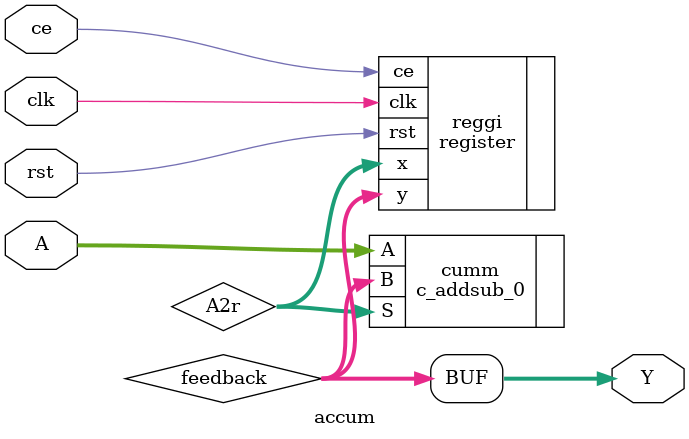
<source format=v>
`timescale 1ns / 1ps


module accum(
    input [10:0] A,
    input clk,
    input ce,
    input rst,
    output [19:0] Y
    );
    
    wire [19:0]feedback;
    wire [19:0]A2r;
    
    c_addsub_0 cumm
    (
        //.CLK(clk),
        //.CE(ce),
        .A(A),
        .B(feedback),
        .S(A2r)
    );
    
    register #
    (
        .N(20)
    )
    reggi
    (
        .clk(clk),
        .ce(ce),
        .rst(rst),
        .x(A2r),
        .y(feedback)
    );
    
    assign Y = feedback;
endmodule

</source>
